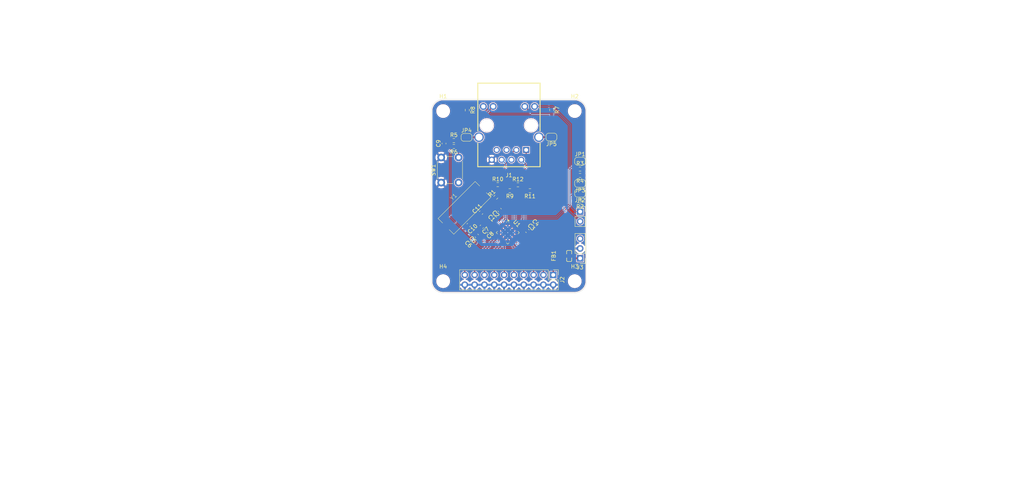
<source format=kicad_pcb>
(kicad_pcb (version 20240108) (generator "pcbnew") (generator_version "8.0")
  (title_block (date "2024-04-13") (rev "${REVISION}") (company "${COMPANY}"))
  (layers (0 "F.Cu" signal "L1 (Sig, PWR)") (1 "In1.Cu" power "L2 (GND)") (2 "In2.Cu" signal "L3 (Sig, PWR)") (31 "B.Cu" signal "L6 (Sig, PWR)") (34 "B.Paste" user) (35 "F.Paste" user) (36 "B.SilkS" user "B.Silkscreen") (37 "F.SilkS" user "F.Silkscreen") (38 "B.Mask" user) (39 "F.Mask" user) (44 "Edge.Cuts" user))
  (property "ASSEMBLY_NOTES" "ASSEMBLY NOTES")
  (property "BOARD_NAME" "LAN8742A breakout")
  (property "COMPANY" "TropiLabs")
  (property "DESIGNER" "Tropikej")
  (property "FABRICATION_NOTES" "FABRICATION NOTES")
  (property "GIT_HASH_PCB" "")
  (property "GIT_HASH_SCH" "")
  (property "GIT_URL" "")
  (property "PROJECT_NAME" "LAN8742A")
  (property "RELEASE_BODY_1.0.0" "")
  (property "RELEASE_BODY_1.0.1" "")
  (property "RELEASE_BODY_1.0.2" "")
  (property "RELEASE_BODY_1.1.0" "")
  (property "RELEASE_BODY_UNRELEASED" "")
  (property "RELEASE_DATE" "DD-MMM-YYYY")
  (property "RELEASE_DATE_NUM" "YYYY-MM-DD")
  (property "RELEASE_TITLE_1.0.0" "")
  (property "RELEASE_TITLE_1.0.1" "")
  (property "RELEASE_TITLE_1.0.2" "")
  (property "RELEASE_TITLE_1.1.0" "")
  (property "RELEASE_TITLE_UNRELEASED" "")
  (property "REVISION" "")
  (property "SHEET_NAME_1" "Cover Page")
  (property "SHEET_NAME_10" "......................................")
  (property "SHEET_NAME_11" "......................................")
  (property "SHEET_NAME_12" "......................................")
  (property "SHEET_NAME_13" "......................................")
  (property "SHEET_NAME_14" "......................................")
  (property "SHEET_NAME_15" "......................................")
  (property "SHEET_NAME_16" "......................................")
  (property "SHEET_NAME_17" "......................................")
  (property "SHEET_NAME_18" "......................................")
  (property "SHEET_NAME_19" "......................................")
  (property "SHEET_NAME_2" "Block Diagram")
  (property "SHEET_NAME_20" "......................................")
  (property "SHEET_NAME_21" "......................................")
  (property "SHEET_NAME_22" "......................................")
  (property "SHEET_NAME_23" "......................................")
  (property "SHEET_NAME_24" "......................................")
  (property "SHEET_NAME_25" "......................................")
  (property "SHEET_NAME_26" "......................................")
  (property "SHEET_NAME_27" "......................................")
  (property "SHEET_NAME_28" "......................................")
  (property "SHEET_NAME_29" "......................................")
  (property "SHEET_NAME_3" "Project Architecture")
  (property "SHEET_NAME_30" "......................................")
  (property "SHEET_NAME_31" "......................................")
  (property "SHEET_NAME_32" "......................................")
  (property "SHEET_NAME_33" "......................................")
  (property "SHEET_NAME_34" "......................................")
  (property "SHEET_NAME_35" "......................................")
  (property "SHEET_NAME_36" "......................................")
  (property "SHEET_NAME_37" "......................................")
  (property "SHEET_NAME_38" "......................................")
  (property "SHEET_NAME_39" "......................................")
  (property "SHEET_NAME_4" "Section A - Title A")
  (property "SHEET_NAME_40" "......................................")
  (property "SHEET_NAME_5" "Section B -Title B")
  (property "SHEET_NAME_6" "Power - Sequencing")
  (property "SHEET_NAME_7" "Revision History")
  (property "SHEET_NAME_8" "......................................")
  (property "SHEET_NAME_9" "......................................")
  (property "VARIANT" "")
  (net 0 "")
  (net 1 "+3V3_PHYA")
  (net 2 "GND")
  (net 3 "/Project Architecture/LAN8742A breakout/nRST")
  (net 4 "Net-(U1-XTAL1{slash}CLKIN)")
  (net 5 "Net-(U1-XTAL2)")
  (net 6 "Net-(JP5-B)")
  (net 7 "/Project Architecture/LAN8742A breakout/RX_N")
  (net 9 "/Project Architecture/LAN8742A breakout/TX_P")
  (net 10 "Net-(JP4-B)")
  (net 11 "Net-(J1-Pad10)")
  (net 12 "/Project Architecture/LAN8742A breakout/LED1")
  (net 13 "/Project Architecture/LAN8742A breakout/LED2")
  (net 14 "Net-(J1-Pad11)")
  (net 15 "/Project Architecture/LAN8742A breakout/TX_N")
  (net 16 "/Project Architecture/LAN8742A breakout/RX_P")
  (net 17 "/Project Architecture/LAN8742A breakout/REFCLKO")
  (net 18 "+3.3V")
  (net 19 "Net-(JP1-A)")
  (net 20 "Net-(JP1-B)")
  (net 21 "Net-(JP2-B)")
  (net 22 "Net-(JP2-A)")
  (net 23 "Net-(JP3-A)")
  (net 24 "Net-(U1-RBIAS)")
  (net 25 "Net-(R6-Pad1)")
  (net 26 "/Project Architecture/LAN8742A breakout/TXD0")
  (net 27 "/Project Architecture/LAN8742A breakout/MDC")
  (net 28 "/Project Architecture/LAN8742A breakout/CRS_DV")
  (net 29 "/Project Architecture/LAN8742A breakout/MDIO")
  (net 30 "/Project Architecture/LAN8742A breakout/RXD1")
  (net 31 "/Project Architecture/LAN8742A breakout/RXD0")
  (net 32 "/Project Architecture/LAN8742A breakout/TXD1")
  (net 33 "/Project Architecture/LAN8742A breakout/TXEN")
  (net 34 "/Project Architecture/LAN8742A breakout/RXER")
  (footprint "Resistor_SMD:R_0603_1608Metric_Pad0.98x0.95mm_HandSolder" (layer "F.Cu") (at 143.895416 71.280491 45)
    (property "Reference" "R1")
    (property "Value" "12.1k")
  )
  (footprint "Capacitor_SMD:C_0603_1608Metric_Pad1.08x0.95mm_HandSolder" (layer "F.Cu") (at 138.977981 81.268 135)
    (property "Reference" "C5")
    (property "Value" "100nF")
  )
  (footprint "Jumper:SolderJumper-2_P1.3mm_Open_RoundedPad1.0x1.5mm" (layer "F.Cu") (at 165.662981 67.700639 180)
    (property "Reference" "JP3")
    (property "Value" "nINTSEL")
  )
  (footprint "MountingHole:MountingHole_3.2mm_M3_DIN965" (layer "F.Cu") (at 164.293981 49)
    (property "Reference" "H2")
    (property "Value" "MountingHole")
  )
  (footprint "Jumper:SolderJumper-2_P1.3mm_Bridged_RoundedPad1.0x1.5mm" (layer "F.Cu") (at 136.332366 55.805807)
    (property "Reference" "JP4")
    (property "Value" "SH")
  )
  (footprint "Connector_PinSocket_2.54mm:PinSocket_1x02_P2.54mm_Vertical" (layer "F.Cu") (at 165.690981 75)
    (property "Reference" "J4")
    (property "Value" "J_LED")
  )
  (footprint "Capacitor_SMD:C_0603_1608Metric_Pad1.08x0.95mm_HandSolder" (layer "F.Cu") (at 140.095581 75.2736 45)
    (property "Reference" "C11")
    (property "Value" "33pF")
  )
  (footprint "Resistor_SMD:R_0603_1608Metric_Pad0.98x0.95mm_HandSolder" (layer "F.Cu") (at 158.332781 48.7052 -90)
    (property "Reference" "R7")
    (property "Value" "1k")
  )
  (footprint "Capacitor_SMD:C_0603_1608Metric_Pad1.08x0.95mm_HandSolder" (layer "F.Cu") (at 136.895181 78.474 -135)
    (property "Reference" "C10")
    (property "Value" "33pF")
  )
  (footprint "Resistor_SMD:R_0603_1608Metric_Pad0.98x0.95mm_HandSolder" (layer "F.Cu") (at 147.521504 69.60328 180)
    (property "Reference" "R9")
    (property "Value" "49.9")
  )
  (footprint "Capacitor_SMD:C_0603_1608Metric_Pad1.08x0.95mm_HandSolder" (layer "F.Cu") (at 140.271675 78.915068 -135)
    (property "Reference" "C7")
    (property "Value" "1µF")
  )
  (footprint "MountingHole:MountingHole_3.2mm_M3_DIN965" (layer "F.Cu") (at 130.293981 93)
    (property "Reference" "H4")
    (property "Value" "MountingHole")
  )
  (footprint "Resistor_SMD:R_0603_1608Metric_Pad0.98x0.95mm_HandSolder" (layer "F.Cu") (at 165.662981 65.647 180)
    (property "Reference" "R4")
    (property "Value" "10k")
  )
  (footprint "Capacitor_SMD:C_0603_1608Metric_Pad1.08x0.95mm_HandSolder" (layer "F.Cu") (at 153.203533 78.863356 -45)
    (property "Reference" "C4")
    (property "Value" "4.7µF")
  )
  (footprint "Capacitor_SMD:C_0603_1608Metric_Pad1.08x0.95mm_HandSolder" (layer "F.Cu") (at 137.835561 82.393169 135)
    (property "Reference" "C6")
    (property "Value" "4.7µF")
  )
  (footprint "0_oscillators:01.X.SD.120MMOI025000000" (layer "F.Cu") (at 135.802981 74.029 45)
    (property "Reference" "Y1")
    (property "Value" "25MHz")
  )
  (footprint "Capacitor_SMD:C_0603_1608Metric_Pad1.08x0.95mm_HandSolder" (layer "F.Cu") (at 141.443084 80.095846 -135)
    (property "Reference" "C8")
    (property "Value" "470pF")
  )
  (footprint "Jumper:SolderJumper-2_P1.3mm_Bridged_RoundedPad1.0x1.5mm" (layer "F.Cu") (at 158.277259 55.728129 180)
    (property "Reference" "JP5")
    (property "Value" "SH")
  )
  (footprint "Package_DFN_QFN:VQFN-24-1EP_4x4mm_P0.5mm_EP2.5x2.5mm_ThermalVias" (layer "F.Cu") (at 146.983084 80.435846 -45)
    (property "Reference" "U1")
    (property "Value" "LAN8720A")
  )
  (footprint "Button_Switch_THT:SW_PUSH_6mm" (layer "F.Cu") (at 129.793981 67.5 90)
    (property "Reference" "SW1")
    (property "Value" "nRST_SW")
  )
  (footprint "Capacitor_SMD:C_0603_1608Metric_Pad1.08x0.95mm_HandSolder" (layer "F.Cu") (at 152.058981 79.998 -45)
    (property "Reference" "C3")
    (property "Value" "100nF")
  )
  (footprint "Connector_PinHeader_2.54mm:PinHeader_2x10_P2.54mm_Vertical" (layer "F.Cu") (at 158.739181 91.378 -90)
    (property "Reference" "J2")
    (property "Value" "J_RMII")
  )
  (footprint "Resistor_SMD:R_0603_1608Metric_Pad0.98x0.95mm_HandSolder" (layer "F.Cu") (at 165.662981 63.996)
    (property "Reference" "R3")
    (property "Value" "10k")
  )
  (footprint "Resistor_SMD:R_0603_1608Metric_Pad0.98x0.95mm_HandSolder" (layer "F.Cu") (at 133.059981 58.154 180)
    (property "Reference" "R6")
    (property "Value" "1k")
  )
  (footprint "Resistor_SMD:R_0603_1608Metric_Pad0.98x0.95mm_HandSolder" (layer "F.Cu") (at 152.722279 69.602366 180)
    (property "Reference" "R11")
    (property "Value" "49.9")
  )
  (footprint "Connector_PinHeader_2.54mm:PinHeader_1x03_P2.54mm_Vertical" (layer "F.Cu") (at 165.690981 87.08 180)
    (property "Reference" "J3")
    (property "Value" "J_POW")
  )
  (footprint "Resistor_SMD:R_0603_1608Metric_Pad0.98x0.95mm_HandSolder" (layer "F.Cu") (at 165.662981 72.275859 180)
    (property "Reference" "R2")
    (property "Value" "10k")
  )
  (footprint "Jumper:SolderJumper-2_P1.3mm_Bridged_RoundedPad1.0x1.5mm" (layer "F.Cu") (at 165.662981 70.240639 180)
    (property "Reference" "JP2")
    (property "Value" "nINTSEL")
  )
  (footprint "Resistor_SMD:R_0603_1608Metric_Pad0.98x0.95mm_HandSolder" (layer "F.Cu") (at 136.539581 48.756 -90)
    (property "Reference" "R8")
    (property "Value" "1k")
  )
  (footprint "MountingHole:MountingHole_3.2mm_M3_DIN965" (layer "F.Cu") (at 130.293981 49)
    (property "Reference" "H1")
    (property "Value" "MountingHole")
  )
  (footprint "Capacitor_SMD:C_0603_1608Metric_Pad1.08x0.95mm_HandSolder" (layer "F.Cu") (at 130.519981 57.392 90)
    (property "Reference" "C9")
    (property "Value" "4.7µF")
  )
  (footprint "Resistor_SMD:R_0603_1608Metric_Pad0.98x0.95mm_HandSolder" (layer "F.Cu") (at 144.402909 68.038229)
    (property "Reference" "R10")
    (property "Value" "49.9")
  )
  (footprint "Resistor_SMD:R_0603_1608Metric_Pad0.98x0.95mm_HandSolder" (layer "F.Cu") (at 133.059981 56.63)
    (property "Reference" "R5")
    (property "Value" "10k")
  )
  (footprint "Resistor_SMD:R_0603_1608Metric_Pad0.98x0.95mm_HandSolder" (layer "F.Cu") (at 149.615192 68.066084)
    (property "Reference" "R12")
    (property "Value" "49.9")
  )
  (footprint "MountingHole:MountingHole_3.2mm_M3_DIN965" (layer "F.Cu") (at 164.293981 93)
    (property "Reference" "H3")
    (property "Value" "MountingHole")
  )
  (footprint "Jumper:SolderJumper-2_P1.3mm_Open_RoundedPad1.0x1.5mm" (layer "F.Cu") (at 165.662981 61.964)
    (property "Reference" "JP1")
    (property "Value" "REGOFF")
  )
  (footprint "0_oscillators:L0603" (layer "F.Cu") (at 162.853981 86.475 90)
    (property "Reference" "FB1")
    (property "Value" "FerriteBead")
  )
  (footprint "0_connector:RJ45-TH_HR911105A" (layer "F.Cu") (at 147.293981 54.7036 180)
    (property "Reference" "J1")
    (property "Value" "HR911105A_C12074")
  )
  (footprint "Capacitor_SMD:C_0603_1608Metric_Pad1.08x0.95mm_HandSolder" (layer "F.Cu") (at 143.803981 75.68 135)
    (property "Reference" "C1")
    (property "Value" "4.7µF")
  )
  (footprint "Capacitor_SMD:C_0603_1608Metric_Pad1.08x0.95mm_HandSolder" (layer "F.Cu") (at 144.888999 74.589973 135)
    (property "Reference" "C2")
    (property "Value" "100nF")
  )
  (gr_arc (start 164.293981 46) (mid 166.415301 46.87868) (end 167.293981 49) (stroke (width 0.1)) (layer "Edge.Cuts"))
  (gr_line (start 164.293981 96) (end 130.293981 96) (stroke (width 0.1)) (layer "Edge.Cuts"))
  (gr_arc (start 130.293981 96) (mid 128.172661 95.12132) (end 127.293981 93) (stroke (width 0.1)) (layer "Edge.Cuts"))
  (gr_line (start 130.293981 46) (end 164.293981 46) (stroke (width 0.1)) (layer "Edge.Cuts"))
  (gr_arc (start 167.293981 93) (mid 166.415301 95.12132) (end 164.293981 96) (stroke (width 0.1)) (layer "Edge.Cuts"))
  (gr_line (start 167.293981 49) (end 167.293981 93) (stroke (width 0.1)) (layer "Edge.Cuts"))
  (gr_line (start 127.293981 93) (end 127.293981 49) (stroke (width 0.1)) (layer "Edge.Cuts"))
  (gr_arc (start 127.293981 49) (mid 128.172661 46.87868) (end 130.293981 46) (stroke (width 0.1)) (layer "Edge.Cuts"))
  (segment (start 144.448982 82.616395) (end 145.436288 81.629089) (width 0.2) (layer "F.Cu") (net 1))
  (segment (start 139.587861 81.87788) (end 140.374981 82.665) (width 0.2) (layer "F.Cu") (net 1))
  (segment (start 146.724981 77.660827) (end 146.724981 77.95391) (width 0.2) (layer "F.Cu") (net 1))
  (segment (start 142.052964 79.485966) (end 142.945998 80.379) (width 0.2) (layer "F.Cu") (net 1))
  (segment (start 164.750481 63.996) (end 164.750481 65.647) (width 0.2) (layer "F.Cu") (net 1))
  (segment (start 140.881555 78.305188) (end 140.881555 78.314557) (width 0.2) (layer "F.Cu") (net 1))
  (segment (start 145.519716 75.184025) (end 144.413861 76.28988) (width 0.2) (layer "F.Cu") (net 1))
  (segment (start 146.089981 77.025827) (end 146.724981 77.660827) (width 0.2) (layer "F.Cu") (net 1))
  (segment (start 140.501981 82.665) (end 140.882981 82.665) (width 0.2) (layer "F.Cu") (net 1))
  (segment (start 142.945998 80.379) (end 144.184981 80.379) (width 0.2) (layer "F.Cu") (net 1))
  (segment (start 144.448982 82.741022) (end 144.448982 82.616395) (width 0.2) (layer "F.Cu") (net 1))
  (segment (start 138.445441 83.003049) (end 138.462692 83.003049) (width 0.2) (layer "F.Cu") (net 1))
  (segment (start 150.341129 80.506) (end 152.593653 78.253476) (width 0.2) (layer "F.Cu") (net 1))
  (segment (start 144.184981 80.379) (end 144.614271 79.94971) (width 0.2) (layer "F.Cu") (net 1))
  (segment (start 140.374981 82.665) (end 140.501981 82.665) (width 0.2) (layer "F.Cu") (net 1))
  (segment (start 144.614271 79.94971) (end 144.729181 79.94971) (width 0.2) (layer "F.Cu") (net 1))
  (segment (start 149.236987 79.94971) (end 149.793277 80.506) (width 0.2) (layer "F.Cu") (net 1))
  (segment (start 146.724981 77.95391) (end 146.496948 78.181943) (width 0.2) (layer "F.Cu") (net 1))
  (segment (start 145.498879 75.199853) (end 146.089981 75.790955) (width 0.2) (layer "F.Cu") (net 1))
  (segment (start 146.089981 75.790955) (end 146.089981 77.025827) (width 0.2) (layer "F.Cu") (net 1))
  (segment (start 138.462692 83.003049) (end 139.587861 81.87788) (width 0.2) (layer "F.Cu") (net 1))
  (segment (start 140.881555 78.314557) (end 142.052964 79.485966) (width 0.2) (layer "F.Cu") (net 1))
  (segment (start 149.793277 80.506) (end 150.341129 80.506) (width 0.2) (layer "F.Cu") (net 1))
  (via (at 144.448982 82.741022) (size 0.55) (drill 0.25) (layers "F.Cu" "B.Cu") (net 1))
  (via (at 140.882981 82.665) (size 0.55) (drill 0.25) (layers "F.Cu" "B.Cu") (net 1))
  (segment (start 144.37296 82.665) (end 140.882981 82.665) (width 0.2) (layer "B.Cu") (net 1))
  (segment (start 144.448982 82.741022) (end 144.37296 82.665) (width 0.2) (layer "B.Cu") (net 1))
  (segment (start 149.466454 83.225527) (end 148.223569 81.982642) (width 0.2) (layer "F.Cu") (net 3))
  (segment (start 148.223569 81.982642) (end 148.176327 81.982642) (width 0.2) (layer "F.Cu") (net 3))
  (segment (start 132.147481 58.154) (end 132.147481 59.2695) (width 0.2) (layer "F.Cu") (net 3))
  (segment (start 132.147481 59.2695) (end 132.119981 59.297) (width 0.2) (layer "F.Cu") (net 3))
  (segment (start 130.620481 58.154) (end 130.519981 58.2545) (width 0.2) (layer "F.Cu") (net 3))
  (segment (start 132.147481 58.154) (end 130.620481 58.154) (width 0.2) (layer "F.Cu") (net 3))
  (segment (start 132.147481 58.154) (end 132.147481 56.63) (width 0.2) (layer "F.Cu") (net 3))
  (via (at 149.466454 83.225527) (size 0.55) (drill 0.25) (layers "F.Cu" "B.Cu") (net 3))
  (via (at 132.119981 59.297) (size 0.55) (drill 0.25) (layers "F.Cu" "B.Cu") (net 3))
  (segment (start 148.375981 84.316) (end 139.993981 84.316) (width 0.2) (layer "B.Cu") (net 3))
  (segment (start 132.119981 76.442) (end 132.119981 59.297) (width 0.2) (layer "B.Cu") (net 3))
  (segment (start 139.993981 84.316) (end 132.119981 76.442) (width 0.2) (layer "B.Cu") (net 3))
  (segment (start 149.466454 83.225527) (end 148.375981 84.316) (width 0.2) (layer "B.Cu") (net 3))
  (segment (start 137.505061 77.86412) (end 139.079861 77.86412) (width 0.2) (layer "F.Cu") (net 4))
  (segment (start 136.851922 77.210981) (end 137.505061 77.86412) (width 0.2) (layer "F.Cu") (net 4))
  (segment (start 142.430178 76.9436) (end 145.082735 79.596157) (width 0.2) (layer "F.Cu") (net 4))
  (segment (start 139.079861 77.86412) (end 140.000381 76.9436) (width 0.2) (layer "F.Cu") (net 4))
  (segment (start 132.621 77.210981) (end 136.851922 77.210981) (width 0.2) (layer "F.Cu") (net 4))
  (segment (start 140.000381 76.9436) (end 142.430178 76.9436) (width 0.2) (layer "F.Cu") (net 4))
  (segment (start 143.600885 77.4072) (end 145.436288 79.242603) (width 0.2) (layer "F.Cu") (net 5))
  (segment (start 140.145821 76.5436) (end 142.737181 76.5436) (width 0.2) (layer "F.Cu") (net 5))
  (segment (start 139.485701 75.88348) (end 140.145821 76.5436) (width 0.2) (layer "F.Cu") (net 5))
  (segment (start 138.984962 70.847019) (end 138.984962 75.382741) (width 0.2) (layer "F.Cu") (net 5))
  (segment (start 142.737181 76.5436) (end 143.600781 77.4072) (width 0.2) (layer "F.Cu") (net 5))
  (segment (start 143.600781 77.4072) (end 143.600885 77.4072) (width 0.2) (layer "F.Cu") (net 5))
  (segment (start 138.984962 75.382741) (end 139.485701 75.88348) (width 0.2) (layer "F.Cu") (net 5))
  (segment (start 155.033981 55.7536) (end 157.601788 55.7536) (width 0.5) (layer "F.Cu") (net 6))
  (segment (start 157.601788 55.7536) (end 157.627259 55.728129) (width 0.5) (layer "F.Cu") (net 6))
  (segment (start 146.628381 65.887741) (end 146.421581 65.887741) (width 0.254) (layer "F.Cu") (net 7))
  (segment (start 146.239981 66.917) (end 146.239981 71.755262) (width 0.254) (layer "F.Cu") (net 7))
  (segment (start 146.239981 66.160141) (end 146.239981 66.917) (width 0.254) (layer "F.Cu") (net 7))
  (segment (start 146.239981 63.681358) (end 146.239981 64.344141) (width 0.254) (layer "F.Cu") (net 7))
  (segment (start 146.421581 65.433741) (end 146.628381 65.433741) (width 0.254) (layer "F.Cu") (net 7))
  (segment (start 148.906981 78.158396) (end 148.176327 78.88905) (width 0.254) (layer "F.Cu") (net 7))
  (segment (start 146.628381 64.979741) (end 146.421581 64.979741) (width 0.254) (layer "F.Cu") (net 7))
  (segment (start 146.239981 66.069341) (end 146.239981 66.160141) (width 0.254) (layer "F.Cu") (net 7))
  (segment (start 146.809981 64.707341) (end 146.809981 64.798141) (width 0.254) (layer "F.Cu") (net 7))
  (segment (start 146.239981 71.755262) (end 148.906981 74.422262) (width 0.254) (layer "F.Cu") (net 7))
  (segment (start 148.906981 74.422262) (end 148.906981 78.158396) (width 0.254) (layer "F.Cu") (net 7))
  (segment (start 146.809981 65.615341) (end 146.809981 65.706141) (width 0.254) (layer "F.Cu") (net 7))
  (segment (start 146.38866 63.532679) (end 146.239981 63.681358) (width 0.254) (layer "F.Cu") (net 7))
  (segment (start 146.239981 65.161341) (end 146.239981 65.252141) (width 0.254) (layer "F.Cu") (net 7))
  (segment (start 146.421581 64.525741) (end 146.628381 64.525741) (width 0.254) (layer "F.Cu") (net 7))
  (via (at 146.38866 63.532679) (size 0.55) (drill 0.25) (layers "F.Cu" "B.Cu") (net 7))
  (arc (start 146.239981 65.252141) (mid 146.29317 65.380552) (end 146.421581 65.433741) (width 0.254) (layer "F.Cu") (net 7))
  (arc (start 146.809981 64.798141) (mid 146.756792 64.926552) (end 146.628381 64.979741) (width 0.254) (layer "F.Cu") (net 7))
  (arc (start 146.628381 65.433741) (mid 146.756792 65.48693) (end 146.809981 65.615341) (width 0.254) (layer "F.Cu") (net 7))
  (arc (start 146.809981 65.706141) (mid 146.756792 65.834552) (end 146.628381 65.887741) (width 0.254) (layer "F.Cu") (net 7))
  (arc (start 146.628381 64.525741) (mid 146.756792 64.57893) (end 146.809981 64.707341) (width 0.254) (layer "F.Cu") (net 7))
  (arc (start 146.421581 65.887741) (mid 146.29317 65.94093) (end 146.239981 66.069341) (width 0.254) (layer "F.Cu") (net 7))
  (arc (start 146.421581 64.979741) (mid 146.29317 65.03293) (end 146.239981 65.161341) (width 0.254) (layer "F.Cu") (net 7))
  (arc (start 146.239981 64.344141) (mid 146.29317 64.472552) (end 146.421581 64.525741) (width 0.254) (layer "F.Cu") (net 7))
  (segment (start 146.38866 62.588279) (end 145.393981 61.5936) (width 0.254) (layer "B.Cu") (net 7))
  (segment (start 146.38866 63.532679) (end 146.38866 62.588279) (width 0.254) (layer "B.Cu") (net 7))
  (segment (start 150.69458 65.6666) (end 150.71138 65.6666) (width 0.254) (layer "F.Cu") (net 9))
  (segment (start 150.51298 64.4862) (end 150.51298 64.577) (width 0.254) (layer "F.Cu") (net 9))
  (segment (start 150.892981 67.044) (end 150.892981 76.841318) (width 0.254) (layer "F.Cu") (net 9))
  (segment (start 150.89298 65.939) (end 150.89298 66.282) (width 0.254) (layer "F.Cu") (net 9))
  (segment (start 150.69458 64.7586) (end 150.71138 64.7586) (width 0.254) (layer "F.Cu") (net 9))
  (segment (start 151.743981 59.0536) (end 151.743981 62.406) (width 0.254) (layer "F.Cu") (net 9))
  (segment (start 150.89298 64.9402) (end 150.89298 65.031) (width 0.254) (layer "F.Cu") (net 9))
  (segment (start 151.743981 62.406) (end 150.89298 63.257001) (width 0.254) (layer "F.Cu") (net 9))
  (segment (start 150.71138 64.3046) (end 150.69458 64.3046) (width 0.254) (layer "F.Cu") (net 9))
  (segment (start 150.89298 65.8482) (end 150.89298 65.939) (width 0.254) (layer "F.Cu") (net 9))
  (segment (start 150.51298 65.3942) (end 150.51298 65.485) (width 0.254) (layer "F.Cu") (net 9))
  (segment (start 150.892981 76.841318) (end 148.52988 79.204419) (width 0.254) (layer "F.Cu") (net 9))
  (segment (start 150.71138 65.2126) (end 150.69458 65.2126) (width 0.254) (layer "F.Cu") (net 9))
  (segment (start 150.89298 63.257001) (end 150.89298 64.123) (width 0.254) (layer "F.Cu") (net 9))
  (segment (start 150.89298 66.282) (end 150.89298 67.043999) (width 0.254) (layer "F.Cu") (net 9))
  (segment (start 148.52988 79.204419) (end 148.52988 79.242603) (width 0.254) (layer "F.Cu") (net 9))
  (segment (start 150.89298 67.043999) (end 150.892981 67.044) (width 0.254) (layer "F.Cu") (net 9))
  (arc (start 150.89298 65.031) (mid 150.839791 65.159411) (end 150.71138 65.2126) (width 0.254) (layer "F.Cu") (net 9))
  (arc (start 150.89298 64.123) (mid 150.839791 64.251411) (end 150.71138 64.3046) (width 0.254) (layer "F.Cu") (net 9))
  (arc (start 150.51298 64.577) (mid 150.566169 64.705411) (end 150.69458 64.7586) (width 0.254) (layer "F.Cu") (net 9))
  (arc (start 150.71138 64.7586) (mid 150.839791 64.811789) (end 150.89298 64.9402) (width 0.254) (layer "F.Cu") (net 9))
  (arc (start 150.51298 65.485) (mid 150.566169 65.613411) (end 150.69458 65.6666) (width 0.254) (layer "F.Cu") (net 9))
  (arc (start 150.69458 65.2126) (mid 150.566169 65.265789) (end 150.51298 65.3942) (width 0.254) (layer "F.Cu") (net 9))
  (arc (start 150.69458 64.3046) (mid 150.566169 64.357789) (end 150.51298 64.4862) (width 0.254) (layer "F.Cu") (net 9))
  (arc (start 150.71138 65.6666) (mid 150.839791 65.719789) (end 150.89298 65.8482) (width 0.254) (layer "F.Cu") (net 9))
  (segment (start 136.982366 55.805807) (end 139.501774 55.805807) (width 0.5) (layer "F.Cu") (net 10))
  (segment (start 139.501774 55.805807) (end 139.553981 55.7536) (width 0.5) (layer "F.Cu") (net 10))
  (segment (start 158.332781 49.6177) (end 153.188081 49.6177) (width 0.3) (layer "F.Cu") (net 11))
  (segment (start 153.188081 49.6177) (end 151.383981 47.8136) (width 0.3) (layer "F.Cu") (net 11))
  (segment (start 153.923981 47.8136) (end 158.609581 47.8136) (width 0.2) (layer "B.Cu") (net 12))
  (segment (start 158.609581 47.8136) (end 163.234981 52.439) (width 0.2) (layer "B.Cu") (net 12))
  (segment (start 163.234981 52.439) (end 163.234981 73.902) (width 0.2) (layer "B.Cu") (net 12))
  (segment (start 164.332981 75) (end 165.690981 75) (width 0.2) (layer "B.Cu") (net 12))
  (segment (start 163.234981 73.902) (end 164.332981 75) (width 0.2) (layer "B.Cu") (net 12))
  (segment (start 160.002295 49.772) (end 162.834981 52.604686) (width 0.2) (layer "B.Cu") (net 13))
  (segment (start 162.834981 74.684) (end 165.690981 77.54) (width 0.2) (layer "B.Cu") (net 13))
  (segment (start 162.834981 52.604686) (end 162.834981 74.684) (width 0.2) (layer "B.Cu") (net 13))
  (segment (start 140.663981 47.8136) (end 142.622381 49.772) (width 0.2) (layer "B.Cu") (net 13))
  (segment (start 142.622381 49.772) (end 160.002295 49.772) (width 0.2) (layer "B.Cu") (net 13))
  (segment (start 143.203981 47.8136) (end 141.349081 49.6685) (width 0.3) (layer "F.Cu") (net 14))
  (segment (start 141.349081 49.6685) (end 136.539581 49.6685) (width 0.3) (layer "F.Cu") (net 14))
  (segment (start 151.446982 66.141819) (end 151.446982 66.232619) (width 0.254) (layer "F.Cu") (net 15))
  (segment (start 151.735382 65.960219) (end 151.628582 65.960219) (width 0.254) (layer "F.Cu") (net 15))
  (segment (start 151.628582 64.598219) (end 151.735382 64.598219) (width 0.254) (layer "F.Cu") (net 15))
  (segment (start 151.446982 67.043999) (end 151.446981 67.044) (width 0.254) (layer "F.Cu") (net 15))
  (segment (start 151.446982 63.762999) (end 151.446982 64.416619) (width 0.254) (layer "F.Cu") (net 15))
  (segment (start 151.735382 65.052219) (end 151.628582 65.052219) (width 0.254) (layer "F.Cu") (net 15))
  (segment (start 151.594981 63.615) (end 151.446982 63.762999) (width 0.254) (layer "F.Cu") (net 15))
  (segment (start 151.446982 65.233819) (end 151.446982 65.324619) (width 0.254) (layer "F.Cu") (net 15))
  (segment (start 151.446982 66.232619) (end 151.446982 66.7392) (width 0.254) (layer "F.Cu") (net 15))
  (segment (start 151.446981 67.044) (end 151.446981 77.070794) (width 0.254) (layer "F.Cu") (net 15))
  (segment (start 151.628582 65.506219) (end 151.735382 65.506219) (width 0.254) (layer "F.Cu") (net 15))
  (segment (start 151.446981 77.070794) (end 148.921618 79.596157) (width 0.254) (layer "F.Cu") (net 15))
  (segment (start 151.916982 64.779819) (end 151.916982 64.870619) (width 0.254) (layer "F.Cu") (net 15))
  (segment (start 151.446982 66.7392) (end 151.446982 67.043999) (width 0.254) (layer "F.Cu") (net 15))
  (segment (start 151.916982 65.687819) (end 151.916982 65.778619) (width 0.254) (layer "F.Cu") (net 15))
  (segment (start 148.921618 79.596157) (end 148.883433 79.596157) (width 0.254) (layer "F.Cu") (net 15))
  (via (at 151.594981 63.615) (size 0.55) (drill 0.25) (layers "F.Cu" "B.Cu") (net 15))
  (arc (start 151.916982 65.778619) (mid 151.863793 65.90703) (end 151.735382 65.960219) (width 0.254) (layer "F.Cu") (net 15))
  (arc (start 151.628582 65.052219) (mid 151.500171 65.105408) (end 151.446982 65.233819) (width 0.254) (layer "F.Cu") (net 15))
  (arc (start 151.446982 64.416619) (mid 151.500171 64.54503) (end 151.628582 64.598219) (width 0.254) (layer "F.Cu") (net 15))
  (arc (start 151.916982 64.870619) (mid 151.863793 64.99903) (end 151.735382 65.052219) (width 0.254) (layer "F.Cu") (net 15))
  (arc (start 151.628582 65.960219) (mid 151.500171 66.013408) (end 151.446982 66.141819) (width 0.254) (layer "F.Cu") (net 15))
  (arc (start 151.735382 65.506219) (mid 151.863793 65.559408) (end 151.916982 65.687819) (width 0.254) (layer "F.Cu") (net 15))
  (arc (start 151.735382 64.598219) (mid 151.863793 64.651408) (end 151.916982 64.779819) (width 0.254) (layer "F.Cu") (net 15))
  (arc (start 151.446982 65.324619) (mid 151.500171 65.45303) (end 151.628582 65.506219) (width 0.254) (layer "F.Cu") (net 15))
  (segment (start 151.594981 63.615) (end 151.594981 62.7146) (width 0.254) (layer "B.Cu") (net 15))
  (segment (start 151.594981 62.7146) (end 150.473981 61.5936) (width 0.254) (layer "B.Cu") (net 15))
  (segment (start 148.880162 59.0536) (end 149.203981 59.0536) (width 0.254) (layer "F.Cu") (net 16))
  (segment (start 148.352981 74.651738) (end 145.685981 71.984738) (width 0.254) (layer "F.Cu") (net 16))
  (segment (start 145.685981 71.984738) (end 145.685981 63.384) (width 0.254) (layer "F.Cu") (net 16))
  (segment (start 146.597981 61.335781) (end 148.880162 59.0536) (width 0.254) (layer "F.Cu") (net 16))
  (segment (start 147.822773 78.535497) (end 148.352981 78.005289) (width 0.254) (layer "F.Cu") (net 16))
  (segment (start 148.352981 78.005289) (end 148.352981 74.651738) (width 0.254) (layer "F.Cu") (net 16))
  (segment (start 145.685981 63.384) (end 146.597981 62.472) (width 0.254) (layer "F.Cu") (net 16))
  (segment (start 146.597981 62.472) (end 146.597981 61.335781) (width 0.254) (layer "F.Cu") (net 16))
  (segment (start 149.119181 85.8212) (end 151.119181 87.8212) (width 0.34) (layer "F.Cu") (net 17))
  (segment (start 148.498884 83.012306) (end 147.822773 82.336195) (width 0.25) (layer "F.Cu") (net 17))
  (segment (start 148.743981 83.694608) (end 149.119181 84.069808) (width 0.34) (layer "F.Cu") (net 17))
  (segment (start 148.743981 83.229046) (end 148.743981 83.694608) (width 0.34) (layer "F.Cu") (net 17))
  (segment (start 151.119181 87.8212) (end 151.119181 91.378) (width 0.34) (layer "F.Cu") (net 17))
  (segment (start 148.527241 83.012306) (end 148.498884 83.012306) (width 0.25) (layer "F.Cu") (net 17))
  (segment (start 148.527241 83.012306) (end 148.743981 83.229046) (width 0.34) (layer "F.Cu") (net 17))
  (segment (start 149.119181 84.069808) (end 149.119181 85.8212) (width 0.34) (layer "F.Cu") (net 17))
  (segment (start 162.948981 87.08) (end 162.853981 87.175) (width 0.5) (layer "F.Cu") (net 18))
  (segment (start 165.690981 87.08) (end 162.948981 87.08) (width 0.5) (layer "F.Cu") (net 18))
  (segment (start 161.771225 74.095756) (end 162.834981 73.032) (width 0.2) (layer "F.Cu") (net 19))
  (segment (start 144.83292 77.826061) (end 144.83292 77.932129) (width 0.2) (layer "F.Cu") (net 19))
  (segment (start 161.523737 74.095756) (end 161.771225 74.095756) (width 0.2) (layer "F.Cu") (net 19))
  (segment (start 162.834981 64.142) (end 165.012981 61.964) (width 0.2) (layer "F.Cu") (net 19))
  (segment (start 144.83292 77.932129) (end 145.789841 78.88905) (width 0.2) (layer "F.Cu") (net 19))
  (segment (start 162.834981 73.032) (end 162.834981 64.142) (width 0.2) (layer "F.Cu") (net 19))
  (via (at 144.83292 77.826061) (size 0.55) (drill 0.25) (layers "F.Cu" "B.Cu") (net 19))
  (via (at 161.523737 74.095756) (size 0.55) (drill 0.25) (layers "F.Cu" "B.Cu") (net 19))
  (segment (start 144.83292 77.445061) (end 144.83292 77.826061) (width 0.2) (layer "B.Cu") (net 19))
  (segment (start 159.551981 76.315) (end 145.962981 76.315) (width 0.2) (layer "B.Cu") (net 19))
  (segment (start 161.523737 74.343244) (end 159.551981 76.315) (width 0.2) (layer "B.Cu") (net 19))
  (segment (start 145.962981 76.315) (end 144.83292 77.445061) (width 0.2) (layer "B.Cu") (net 19))
  (segment (start 161.523737 74.095756) (end 161.523737 74.343244) (width 0.2) (layer "B.Cu") (net 19))
  (segment (start 166.312981 61.964) (end 166.312981 63.7335) (width 0.2) (layer "F.Cu") (net 20))
  (segment (start 166.312981 63.7335) (end 166.575481 63.996) (width 0.2) (layer "F.Cu") (net 20))
  (segment (start 145.671068 78.06317) (end 146.143395 78.535497) (width 0.2) (layer "F.Cu") (net 21))
  (segment (start 163.975342 70.240639) (end 165.012981 70.240639) (width 0.2) (layer "F.Cu") (net 21))
  (segment (start 165.012981 67.700639) (end 165.012981 70.240639) (width 0.2) (layer "F.Cu") (net 21))
  (segment (start 163.234981 70.981) (end 163.975342 70.240639) (width 0.2) (layer "F.Cu") (net 21))
  (segment (start 163.234981 73.197686) (end 163.234981 70.981) (width 0.2) (layer "F.Cu") (net 21))
  (segment (start 145.671068 77.420087) (end 145.671068 78.06317) (width 0.2) (layer "F.Cu") (net 21))
  (segment (start 161.857863 74.574804) (end 163.234981 73.197686) (width 0.2) (layer "F.Cu") (net 21))
  (segment (start 161.857863 74.822292) (end 161.857863 74.574804) (width 0.2) (layer "F.Cu") (net 21))
  (via (at 161.857863 74.822292) (size 0.55) (drill 0.25) (layers "F.Cu" "B.Cu") (net 21))
  (via (at 145.671068 77.420087) (size 0.55) (drill 0.25) (layers "F.Cu" "B.Cu") (net 21))
  (segment (start 161.610375 74.822292) (end 159.717667 76.715) (width 0.2) (layer "B.Cu") (net 21))
  (segment (start 146.376155 76.715) (end 145.671068 77.420087) (width 0.2) (layer "B.Cu") (net 21))
  (segment (start 159.717667 76.715) (end 146.376155 76.715) (width 0.2) (layer "B.Cu") (net 21))
  (segment (start 161.857863 74.822292) (end 161.610375 74.822292) (width 0.2) (layer "B.Cu") (net 21))
  (segment (start 166.312981 72.013359) (end 166.575481 72.275859) (width 0.2) (layer "F.Cu") (net 22))
  (segment (start 166.312981 70.240639) (end 166.312981 72.013359) (width 0.2) (layer "F.Cu") (net 22))
  (segment (start 166.312981 65.9095) (end 166.575481 65.647) (width 0.2) (layer "F.Cu") (net 23))
  (segment (start 166.312981 67.700639) (end 166.312981 65.9095) (width 0.2) (layer "F.Cu") (net 23))
  (segment (start 143.605707 71.925726) (end 144.756481 73.0765) (width 0.2) (layer "F.Cu") (net 24))
  (segment (start 146.597981 74.918) (end 146.597981 76.95) (width 0.2) (layer "F.Cu") (net 24))
  (segment (start 144.756481 73.0765) (end 146.597981 74.918) (width 0.2) (layer "F.Cu") (net 24))
  (segment (start 146.597981 76.95) (end 147.124981 77.477) (width 0.2) (layer "F.Cu") (net 24))
  (segment (start 144.540651 72.86067) (end 144.756481 73.0765) (width 0.2) (layer "F.Cu") (net 24))
  (segment (start 147.124981 77.477) (end 147.124981 77.837704) (width 0.2) (layer "F.Cu") (net 24))
  (segment (start 143.250181 71.925726) (end 143.605707 71.925726) (width 0.2) (layer "F.Cu") (net 24))
  (segment (start 147.124981 77.837704) (end 147.46922 78.181943) (width 0.2) (layer "F.Cu") (net 24))
  (segment (start 134.293981 61) (end 134.293981 58.4755) (width 0.2) (layer "F.Cu") (net 25))
  (segment (start 133.972481 58.154) (end 133.998731 58.18025) (width 0.2) (layer "F.Cu") (net 25))
  (segment (start 134.293981 58.4755) (end 133.972481 58.154) (width 0.2) (layer "F.Cu") (net 25))
  (segment (start 148.883433 81.275535) (end 149.314898 81.707) (width 0.25) (layer "F.Cu") (net 26))
  (segment (start 156.199181 91.378) (end 156.199181 88.265891) (width 0.34) (layer "F.Cu") (net 26))
  (segment (start 149.64029 81.707) (end 150.058635 82.125345) (width 0.25) (layer "F.Cu") (net 26))
  (segment (start 149.314898 81.707) (end 149.64029 81.707) (width 0.25) (layer "F.Cu") (net 26))
  (segment (start 156.199181 88.265891) (end 150.058635 82.125345) (width 0.34) (layer "F.Cu") (net 26))
  (segment (start 148.579181 84.824) (end 148.579181 84.65394) (width 0.34) (layer "F.Cu") (net 27))
  (segment (start 148.579181 91.378) (end 148.579181 84.824) (width 0.34) (layer "F.Cu") (net 27))
  (segment (start 148.579181 84.2652) (end 148.579181 84.824) (width 0.3) (layer "F.Cu") (net 27))
  (segment (start 148.248981 83.935) (end 148.579181 84.2652) (width 0.3) (layer "F.Cu") (net 27))
  (segment (start 148.248981 83.935) (end 148.248981 83.46951) (width 0.25) (layer "F.Cu") (net 27))
  (segment (start 148.248981 83.46951) (end 147.46922 82.689749) (width 0.25) (layer "F.Cu") (net 27))
  (segment (start 145.455819 83.681838) (end 145.593981 83.543676) (width 0.3) (layer "F.Cu") (net 28))
  (segment (start 145.593981 82.885609) (end 146.143395 82.336195) (width 0.25) (layer "F.Cu") (net 28))
  (segment (start 145.593981 83.543676) (end 145.593981 82.885609) (width 0.3) (layer "F.Cu") (net 28))
  (segment (start 143.499181 85.638476) (end 145.455819 83.681838) (width 0.34) (layer "F.Cu") (net 28))
  (segment (start 143.499181 91.378) (end 143.499181 85.638476) (width 0.34) (layer "F.Cu") (net 28))
  (segment (start 146.496948 82.689749) (end 146.093981 83.092716) (width 0.25) (layer "F.Cu") (net 29))
  (segment (start 146.093981 83.092716) (end 146.093981 84.058) (width 0.3) (layer "F.Cu") (net 29))
  (segment (start 146.039181 91.378) (end 146.093981 91.3232) (width 0.34) (layer "F.Cu") (net 29))
  (segment (start 146.093981 91.3232) (end 146.093981 84.1676) (width 0.34) (layer "F.Cu") (net 29))
  (segment (start 143.90114 81.746159) (end 143.706822 81.746159) (width 0.34) (layer "F.Cu") (net 30))
  (segment (start 143.90114 81.746159) (end 144.725317 80.921982) (width 0.25) (layer "F.Cu") (net 30))
  (segment (start 143.706822 81.746159) (end 135.879181 89.5738) (width 0.34) (layer "F.Cu") (net 30))
  (segment (start 144.725317 80.921982) (end 144.729181 80.921982) (width 0.25) (layer "F.Cu") (net 30))
  (segment (start 135.879181 89.5738) (end 135.879181 91.378) (width 0.34) (layer "F.Cu") (net 30))
  (segment (start 138.419181 87.797476) (end 138.419181 91.378) (width 0.34) (layer "F.Cu") (net 31))
  (segment (start 143.975498 82.241159) (end 144.117111 82.241159) (width 0.25) (layer "F.Cu") (net 31))
  (segment (start 143.804819 82.411838) (end 138.419181 87.797476) (width 0.34) (layer "F.Cu") (net 31))
  (segment (start 143.804819 82.411838) (end 143.975498 82.241159) (width 0.25) (layer "F.Cu") (net 31))
  (segment (start 144.117111 82.241159) (end 145.082735 81.275535) (width 0.25) (layer "F.Cu") (net 31))
  (segment (start 158.739181 91.378) (end 158.739181 90.042215) (width 0.34) (layer "F.Cu") (net 32))
  (segment (start 149.953966 81.257) (end 150.567473 81.870507) (width 0.25) (layer "F.Cu") (net 32))
  (segment (start 149.236987 80.921982) (end 149.572005 81.257) (width 0.25) (layer "F.Cu") (net 32))
  (segment (start 158.739181 90.042215) (end 150.567473 81.870507) (width 0.34) (layer "F.Cu") (net 32))
  (segment (start 149.572005 81.257) (end 149.953966 81.257) (width 0.25) (layer "F.Cu") (net 32))
  (segment (start 153.659181 91.378) (end 153.659181 86.489567) (width 0.34) (layer "F.Cu") (net 33))
  (segment (start 148.52988 81.629089) (end 149.057791 82.157) (width 0.25) (layer "F.Cu") (net 33))
  (segment (start 149.057791 82.157) (end 149.326614 82.157) (width 0.25) (layer "F.Cu") (net 33))
  (segment (start 153.659181 86.489567) (end 149.684211 82.514597) (width 0.34) (layer "F.Cu") (net 33))
  (segment (start 149.326614 82.157) (end 149.684211 82.514597) (width 0.25) (layer "F.Cu") (net 33))
  (segment (start 140.959181 91.378) (end 140.959181 87.4148) (width 0.34) (layer "F.Cu") (net 34))
  (segment (start 140.959181 87.4148) (end 145.073981 83.3) (width 0.34) (layer "F.Cu") (net 34))
  (segment (start 145.073981 83.3) (end 145.073981 82.698502) (width 0.3) (layer "F.Cu") (net 34))
  (segment (start 145.073981 82.698502) (end 145.789841 81.982642) (width 0.25) (layer "F.Cu") (net 34))
  (zone (net 2) (net_name "GND") (layers "F.Cu" "In1.Cu" "In2.Cu" "B.Cu") (connect_pads (clearance 0)) (min_thickness 0.25) (fill yes (thermal_gap 0.5) (thermal_bridge_width 0.5) (island_removal_mode 1) (island_area_min 10))
    (polygon (pts (xy 167.298981 45.962) (xy 127.298981 45.962) (xy 127.298981 95.962) (xy 167.298981 95.962)))
  )
)
</source>
